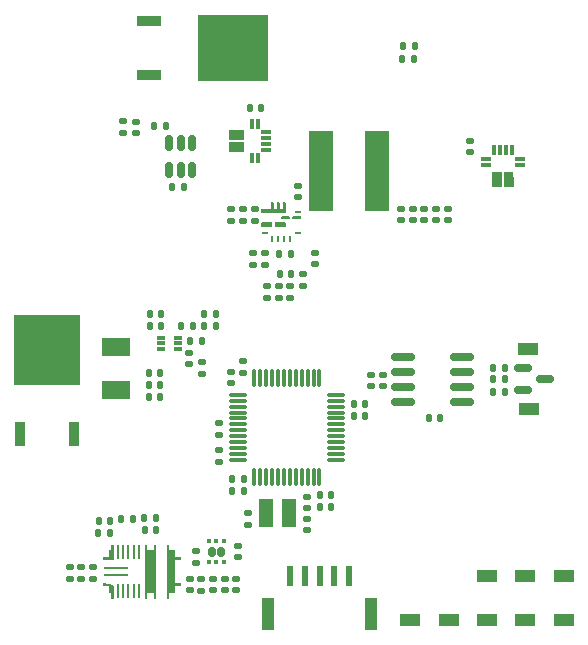
<source format=gbr>
%TF.GenerationSoftware,KiCad,Pcbnew,9.0.6*%
%TF.CreationDate,2026-02-27T09:42:09+00:00*%
%TF.ProjectId,Foinse,466f696e-7365-42e6-9b69-6361645f7063,rev?*%
%TF.SameCoordinates,Original*%
%TF.FileFunction,Paste,Top*%
%TF.FilePolarity,Positive*%
%FSLAX46Y46*%
G04 Gerber Fmt 4.6, Leading zero omitted, Abs format (unit mm)*
G04 Created by KiCad (PCBNEW 9.0.6) date 2026-02-27 09:42:09*
%MOMM*%
%LPD*%
G01*
G04 APERTURE LIST*
G04 Aperture macros list*
%AMRoundRect*
0 Rectangle with rounded corners*
0 $1 Rounding radius*
0 $2 $3 $4 $5 $6 $7 $8 $9 X,Y pos of 4 corners*
0 Add a 4 corners polygon primitive as box body*
4,1,4,$2,$3,$4,$5,$6,$7,$8,$9,$2,$3,0*
0 Add four circle primitives for the rounded corners*
1,1,$1+$1,$2,$3*
1,1,$1+$1,$4,$5*
1,1,$1+$1,$6,$7*
1,1,$1+$1,$8,$9*
0 Add four rect primitives between the rounded corners*
20,1,$1+$1,$2,$3,$4,$5,0*
20,1,$1+$1,$4,$5,$6,$7,0*
20,1,$1+$1,$6,$7,$8,$9,0*
20,1,$1+$1,$8,$9,$2,$3,0*%
G04 Aperture macros list end*
%ADD10C,0.000000*%
%ADD11R,1.800000X1.000000*%
%ADD12RoundRect,0.135000X0.135000X0.185000X-0.135000X0.185000X-0.135000X-0.185000X0.135000X-0.185000X0*%
%ADD13RoundRect,0.140000X0.140000X0.170000X-0.140000X0.170000X-0.140000X-0.170000X0.140000X-0.170000X0*%
%ADD14RoundRect,0.140000X0.170000X-0.140000X0.170000X0.140000X-0.170000X0.140000X-0.170000X-0.140000X0*%
%ADD15RoundRect,0.140000X-0.140000X-0.170000X0.140000X-0.170000X0.140000X0.170000X-0.140000X0.170000X0*%
%ADD16RoundRect,0.140000X-0.170000X0.140000X-0.170000X-0.140000X0.170000X-0.140000X0.170000X0.140000X0*%
%ADD17RoundRect,0.147500X0.172500X-0.147500X0.172500X0.147500X-0.172500X0.147500X-0.172500X-0.147500X0*%
%ADD18RoundRect,0.135000X0.185000X-0.135000X0.185000X0.135000X-0.185000X0.135000X-0.185000X-0.135000X0*%
%ADD19RoundRect,0.075000X0.075000X-0.662500X0.075000X0.662500X-0.075000X0.662500X-0.075000X-0.662500X0*%
%ADD20RoundRect,0.075000X0.662500X-0.075000X0.662500X0.075000X-0.662500X0.075000X-0.662500X-0.075000X0*%
%ADD21R,0.249999X0.599999*%
%ADD22R,0.599999X0.249999*%
%ADD23C,0.349905*%
%ADD24R,2.150000X6.900000*%
%ADD25R,0.600000X1.700000*%
%ADD26R,1.000000X2.700000*%
%ADD27R,0.889000X2.006600*%
%ADD28R,5.562600X6.045200*%
%ADD29R,0.838200X0.304800*%
%ADD30R,0.304800X0.838200*%
%ADD31RoundRect,0.135000X-0.135000X-0.185000X0.135000X-0.185000X0.135000X0.185000X-0.135000X0.185000X0*%
%ADD32R,1.295400X2.387600*%
%ADD33RoundRect,0.135000X-0.185000X0.135000X-0.185000X-0.135000X0.185000X-0.135000X0.185000X0.135000X0*%
%ADD34RoundRect,0.160000X-0.160000X0.245000X-0.160000X-0.245000X0.160000X-0.245000X0.160000X0.245000X0*%
%ADD35RoundRect,0.093750X-0.106250X0.093750X-0.106250X-0.093750X0.106250X-0.093750X0.106250X0.093750X0*%
%ADD36R,0.127000X0.127000*%
%ADD37R,0.203200X1.295400*%
%ADD38R,2.057400X0.254000*%
%ADD39RoundRect,0.150000X-0.825000X-0.150000X0.825000X-0.150000X0.825000X0.150000X-0.825000X0.150000X0*%
%ADD40RoundRect,0.150000X-0.150000X0.512500X-0.150000X-0.512500X0.150000X-0.512500X0.150000X0.512500X0*%
%ADD41R,2.400000X1.500000*%
%ADD42R,2.006600X0.889000*%
%ADD43R,6.045200X5.562600*%
%ADD44RoundRect,0.087500X-0.250000X-0.087500X0.250000X-0.087500X0.250000X0.087500X-0.250000X0.087500X0*%
%ADD45RoundRect,0.150000X-0.587500X-0.150000X0.587500X-0.150000X0.587500X0.150000X-0.587500X0.150000X0*%
G04 APERTURE END LIST*
D10*
%TO.C,U19*%
G36*
X148990000Y-74437615D02*
G01*
X148990000Y-74737614D01*
X148940000Y-74787614D01*
X148090000Y-74787614D01*
X148040000Y-74737614D01*
X148040000Y-74437615D01*
X148090000Y-74387615D01*
X148940000Y-74387615D01*
X148990000Y-74437615D01*
G37*
G36*
X150500000Y-73932615D02*
G01*
X150500000Y-74082614D01*
X150450000Y-74132614D01*
X149800001Y-74132614D01*
X149750001Y-74082614D01*
X149750001Y-73932615D01*
X149800001Y-73882615D01*
X150450000Y-73882615D01*
X150500000Y-73932615D01*
G37*
G36*
X150140000Y-74437615D02*
G01*
X150140000Y-74737614D01*
X150090001Y-74787614D01*
X149240000Y-74787614D01*
X149190000Y-74737614D01*
X149190000Y-74437615D01*
X149240000Y-74387615D01*
X150090001Y-74387615D01*
X150140000Y-74437615D01*
G37*
G36*
X151450000Y-73932615D02*
G01*
X151450000Y-74082614D01*
X151400000Y-74132614D01*
X150749999Y-74132614D01*
X150699999Y-74082614D01*
X150699999Y-73932615D01*
X150749999Y-73882615D01*
X151400000Y-73882615D01*
X151450000Y-73932615D01*
G37*
G36*
X149120000Y-72717616D02*
G01*
X149120000Y-73227615D01*
X149369999Y-73227615D01*
X149369999Y-72717616D01*
X149419999Y-72667616D01*
X149569999Y-72667616D01*
X149619999Y-72717616D01*
X149619999Y-73227615D01*
X149870001Y-73227615D01*
X149870001Y-72717616D01*
X149920001Y-72667616D01*
X150070001Y-72667616D01*
X150120001Y-72717616D01*
X150120001Y-73227615D01*
X150144999Y-73227615D01*
X150144999Y-73577614D01*
X150094999Y-73627614D01*
X148095001Y-73627614D01*
X148045001Y-73577614D01*
X148045001Y-73277615D01*
X148095001Y-73227615D01*
X148820001Y-73227615D01*
X148870000Y-73177615D01*
X148870000Y-72717616D01*
X148920000Y-72667616D01*
X149070000Y-72667616D01*
X149120000Y-72717616D01*
G37*
%TO.C,U6*%
G36*
X146617643Y-67402400D02*
G01*
X145347543Y-67402401D01*
X145347643Y-66589600D01*
X146617643Y-66589600D01*
X146617643Y-67402400D01*
G37*
G36*
X146617643Y-68402400D02*
G01*
X145347543Y-68402401D01*
X145347643Y-67589600D01*
X146617643Y-67589600D01*
X146617643Y-68402400D01*
G37*
%TO.C,U7*%
G36*
X168402402Y-71419100D02*
G01*
X167589601Y-71419000D01*
X167589601Y-70149000D01*
X168402401Y-70149000D01*
X168402402Y-71419100D01*
G37*
G36*
X169402402Y-71419100D02*
G01*
X168589601Y-71419000D01*
X168589601Y-70149000D01*
X169402401Y-70149000D01*
X169402402Y-71419100D01*
G37*
%TO.C,U2*%
G36*
X135551599Y-101674969D02*
G01*
X135551599Y-102970369D01*
X134700000Y-102974668D01*
X134700000Y-102720668D01*
X135208000Y-102720668D01*
X135200000Y-102174968D01*
X135350000Y-102174968D01*
X135350000Y-101674968D01*
X135551599Y-101674969D01*
G37*
G36*
X135274399Y-104974967D02*
G01*
X135551599Y-105224967D01*
X135551599Y-106270367D01*
X135348399Y-106270367D01*
X135348399Y-105770367D01*
X135200399Y-105770367D01*
X135208000Y-105224668D01*
X134700000Y-105224668D01*
X134700000Y-104970668D01*
X135274399Y-104974967D01*
G37*
G36*
X138401601Y-102174969D02*
G01*
X138948400Y-102174969D01*
X138948400Y-101674969D01*
X139151600Y-101674969D01*
X139151600Y-106270367D01*
X138948400Y-106270367D01*
X138948400Y-105770367D01*
X138401601Y-105770367D01*
X138401601Y-106270367D01*
X138198401Y-106270367D01*
X138198401Y-101674969D01*
X138401601Y-101674969D01*
X138401601Y-102174969D01*
G37*
G36*
X140251601Y-102174969D02*
G01*
X140791601Y-102174969D01*
X140792000Y-102720668D01*
X141300000Y-102720668D01*
X141300000Y-102974668D01*
X140792000Y-102974668D01*
X140792000Y-104970668D01*
X141300000Y-104970668D01*
X141300000Y-105224668D01*
X140792000Y-105224668D01*
X140791601Y-105770367D01*
X140251601Y-105770367D01*
X140251601Y-106270367D01*
X140048401Y-106270367D01*
X140048401Y-101674969D01*
X140251601Y-101674969D01*
X140251601Y-102174969D01*
G37*
%TD*%
D11*
%TO.C,F1*%
X173664981Y-104347426D03*
%TD*%
D12*
%TO.C,R2*%
X168676249Y-86731335D03*
X167656249Y-86731335D03*
%TD*%
D13*
%TO.C,C25*%
X141500000Y-71398317D03*
X140540000Y-71398317D03*
%TD*%
D14*
%TO.C,C13*%
X158329879Y-88245514D03*
X158329879Y-87285514D03*
%TD*%
D13*
%TO.C,C14*%
X163230000Y-91000000D03*
X162270000Y-91000000D03*
%TD*%
D11*
%TO.C,CAN-*%
X170716998Y-90191984D03*
%TD*%
D15*
%TO.C,C15*%
X167697499Y-87656489D03*
X168657499Y-87656489D03*
%TD*%
D16*
%TO.C,C9*%
X145492784Y-87023350D03*
X145492784Y-87983350D03*
%TD*%
D11*
%TO.C,F2*%
X170414981Y-104347426D03*
%TD*%
D17*
%TO.C,D12*%
X137440000Y-66840208D03*
X137440000Y-65870208D03*
%TD*%
D16*
%TO.C,C35*%
X144949906Y-104588064D03*
X144949906Y-105548064D03*
%TD*%
D18*
%TO.C,R50*%
X136380466Y-66864185D03*
X136380466Y-65844185D03*
%TD*%
D16*
%TO.C,C44*%
X161866643Y-73270000D03*
X161866643Y-74230000D03*
%TD*%
D18*
%TO.C,R56*%
X149524470Y-80765116D03*
X149524470Y-79745116D03*
%TD*%
D11*
%TO.C,S2*%
X170414981Y-108097426D03*
%TD*%
D16*
%TO.C,C37*%
X147500000Y-73285116D03*
X147500000Y-74245116D03*
%TD*%
D19*
%TO.C,U1*%
X147487122Y-95912500D03*
X147987122Y-95912500D03*
X148487122Y-95912500D03*
X148987122Y-95912500D03*
X149487122Y-95912500D03*
X149987122Y-95912500D03*
X150487122Y-95912500D03*
X150987122Y-95912500D03*
X151487122Y-95912500D03*
X151987122Y-95912500D03*
X152487122Y-95912500D03*
X152987122Y-95912500D03*
D20*
X154399622Y-94500000D03*
X154399622Y-94000000D03*
X154399622Y-93500000D03*
X154399622Y-93000000D03*
X154399622Y-92500000D03*
X154399622Y-92000000D03*
X154399622Y-91500000D03*
X154399622Y-91000000D03*
X154399622Y-90500000D03*
X154399622Y-90000000D03*
X154399622Y-89500000D03*
X154399622Y-89000000D03*
D19*
X152987122Y-87587500D03*
X152487122Y-87587500D03*
X151987122Y-87587500D03*
X151487122Y-87587500D03*
X150987122Y-87587500D03*
X150487122Y-87587500D03*
X149987122Y-87587500D03*
X149487122Y-87587500D03*
X148987122Y-87587500D03*
X148487122Y-87587500D03*
X147987122Y-87587500D03*
X147487122Y-87587500D03*
D20*
X146074622Y-89000000D03*
X146074622Y-89500000D03*
X146074622Y-90000000D03*
X146074622Y-90500000D03*
X146074622Y-91000000D03*
X146074622Y-91500000D03*
X146074622Y-92000000D03*
X146074622Y-92500000D03*
X146074622Y-93000000D03*
X146074622Y-93500000D03*
X146074622Y-94000000D03*
X146074622Y-94500000D03*
%TD*%
D11*
%TO.C,CAN+*%
X170679801Y-85152584D03*
%TD*%
D21*
%TO.C,U19*%
X148994999Y-75777615D03*
X149495000Y-75777615D03*
X149995000Y-75777615D03*
X150495001Y-75777615D03*
D22*
X151145000Y-75307616D03*
X151145000Y-73507614D03*
D23*
X148944999Y-73387617D03*
D22*
X148345000Y-75307616D03*
%TD*%
D24*
%TO.C,L1*%
X153150000Y-70015116D03*
X157900000Y-70015116D03*
%TD*%
D14*
%TO.C,C30*%
X131864015Y-104567241D03*
X131864015Y-103607241D03*
%TD*%
D16*
%TO.C,C48*%
X142997894Y-104605092D03*
X142997894Y-105565092D03*
%TD*%
D25*
%TO.C,J4*%
X150500000Y-104326904D03*
X151750000Y-104326904D03*
X153000000Y-104326904D03*
X154250000Y-104326904D03*
X155500000Y-104326904D03*
D26*
X148650000Y-107526904D03*
X157350000Y-107526904D03*
%TD*%
D14*
%TO.C,C29*%
X132834929Y-104563744D03*
X132834929Y-103603744D03*
%TD*%
%TO.C,C2*%
X144487122Y-94662500D03*
X144487122Y-93702500D03*
%TD*%
%TO.C,C40*%
X151135947Y-72237786D03*
X151135947Y-71277786D03*
%TD*%
D15*
%TO.C,C3*%
X155881426Y-90750000D03*
X156841426Y-90750000D03*
%TD*%
D16*
%TO.C,C28*%
X151947642Y-99520000D03*
X151947642Y-100480000D03*
%TD*%
D14*
%TO.C,C12*%
X157350630Y-88245724D03*
X157350630Y-87285724D03*
%TD*%
D18*
%TO.C,R5*%
X144487122Y-92422500D03*
X144487122Y-91402500D03*
%TD*%
D27*
%TO.C,Q2*%
X127622712Y-92327826D03*
D28*
X129907711Y-85177726D03*
D27*
X132192710Y-92327826D03*
%TD*%
D15*
%TO.C,C19*%
X138546798Y-89152694D03*
X139506798Y-89152694D03*
%TD*%
D11*
%TO.C,S1*%
X173664981Y-108097426D03*
%TD*%
D16*
%TO.C,C42*%
X159866643Y-73270000D03*
X159866643Y-74230000D03*
%TD*%
D29*
%TO.C,U6*%
X145766643Y-66749999D03*
X145766643Y-67250000D03*
X145766643Y-67750000D03*
X145766643Y-68250001D03*
D30*
X147266644Y-68950000D03*
X147766643Y-68950000D03*
D29*
X148466643Y-68250001D03*
X148466643Y-67750000D03*
X148466643Y-67250000D03*
X148466643Y-66749999D03*
D30*
X147766643Y-66050000D03*
X147266644Y-66050000D03*
%TD*%
D15*
%TO.C,C21*%
X138546798Y-88152694D03*
X139506798Y-88152694D03*
%TD*%
D12*
%TO.C,R10*%
X161045211Y-59500000D03*
X160025211Y-59500000D03*
%TD*%
D31*
%TO.C,R4*%
X136197370Y-99526904D03*
X137217370Y-99526904D03*
%TD*%
D32*
%TO.C,XTAL1*%
X148471589Y-99000000D03*
X150376589Y-99000000D03*
%TD*%
D11*
%TO.C,5VS*%
X167164981Y-104347426D03*
%TD*%
D13*
%TO.C,C1*%
X146560623Y-96152200D03*
X145600623Y-96152200D03*
%TD*%
%TO.C,C41*%
X150585260Y-78765117D03*
X149625260Y-78765117D03*
%TD*%
D15*
%TO.C,C20*%
X138545597Y-87148295D03*
X139505597Y-87148295D03*
%TD*%
D14*
%TO.C,C11*%
X133817083Y-104557256D03*
X133817083Y-103597256D03*
%TD*%
D15*
%TO.C,C4*%
X155881774Y-89739318D03*
X156841774Y-89739318D03*
%TD*%
D30*
%TO.C,U7*%
X167750000Y-71000000D03*
X168250001Y-71000000D03*
X168750001Y-71000000D03*
X169250002Y-71000000D03*
D29*
X169950001Y-69499999D03*
X169950001Y-69000000D03*
D30*
X169250002Y-68300000D03*
X168750001Y-68300000D03*
X168250001Y-68300000D03*
X167750000Y-68300000D03*
D29*
X167050001Y-69000000D03*
X167050001Y-69499999D03*
%TD*%
D16*
%TO.C,C46*%
X163866643Y-73270000D03*
X163866643Y-74230000D03*
%TD*%
D31*
%TO.C,R58*%
X149519688Y-77066016D03*
X150539688Y-77066016D03*
%TD*%
D16*
%TO.C,C47*%
X143974980Y-104592198D03*
X143974980Y-105552198D03*
%TD*%
D15*
%TO.C,C22*%
X143228247Y-82152964D03*
X144188247Y-82152964D03*
%TD*%
%TO.C,C6*%
X153026997Y-98493003D03*
X153986997Y-98493003D03*
%TD*%
D16*
%TO.C,C38*%
X145500000Y-73285116D03*
X145500000Y-74245116D03*
%TD*%
D31*
%TO.C,R8*%
X138144593Y-99400945D03*
X139164593Y-99400945D03*
%TD*%
D16*
%TO.C,C31*%
X142013702Y-104603149D03*
X142013702Y-105563149D03*
%TD*%
D33*
%TO.C,R51*%
X147390166Y-76987492D03*
X147390166Y-78007492D03*
%TD*%
D12*
%TO.C,Ra2*%
X144239927Y-83149409D03*
X143219927Y-83149409D03*
%TD*%
D13*
%TO.C,C26*%
X139980000Y-66250000D03*
X139020000Y-66250000D03*
%TD*%
D12*
%TO.C,R3*%
X143029415Y-84471553D03*
X142009415Y-84471553D03*
%TD*%
D18*
%TO.C,R7*%
X143030608Y-87219702D03*
X143030608Y-86199702D03*
%TD*%
D31*
%TO.C,Rb2*%
X141288313Y-83146072D03*
X142308313Y-83146072D03*
%TD*%
D11*
%TO.C,3V3*%
X163914981Y-108097426D03*
%TD*%
D16*
%TO.C,C45*%
X162866643Y-73265116D03*
X162866643Y-74225116D03*
%TD*%
D14*
%TO.C,C18*%
X141976754Y-86408014D03*
X141976754Y-85448014D03*
%TD*%
D16*
%TO.C,C36*%
X152640959Y-76966580D03*
X152640959Y-77926580D03*
%TD*%
%TO.C,C50*%
X142500000Y-102258948D03*
X142500000Y-103218948D03*
%TD*%
%TO.C,C34*%
X145925815Y-104589501D03*
X145925815Y-105549501D03*
%TD*%
D34*
%TO.C,U8*%
X144658015Y-102265079D03*
X143858015Y-102265079D03*
D35*
X144908015Y-101377579D03*
X144258015Y-101377579D03*
X143608015Y-101377579D03*
X143608015Y-103152579D03*
X144258015Y-103152579D03*
X144908015Y-103152579D03*
%TD*%
D13*
%TO.C,C10*%
X139151658Y-100418988D03*
X138191658Y-100418988D03*
%TD*%
D16*
%TO.C,C39*%
X146500000Y-73285116D03*
X146500000Y-74245116D03*
%TD*%
D33*
%TO.C,R6*%
X151616643Y-78740000D03*
X151616643Y-79760000D03*
%TD*%
%TO.C,R53*%
X148414636Y-76987072D03*
X148414636Y-78007072D03*
%TD*%
D15*
%TO.C,C7*%
X153020000Y-97500000D03*
X153980000Y-97500000D03*
%TD*%
D14*
%TO.C,C8*%
X146541093Y-87118359D03*
X146541093Y-86158359D03*
%TD*%
D36*
%TO.C,U2*%
X135449999Y-105622667D03*
D37*
X135900000Y-105622667D03*
X136349999Y-105622667D03*
X136800001Y-105622667D03*
X137250000Y-105622667D03*
X137699999Y-105622667D03*
D36*
X138300001Y-105622667D03*
X139050000Y-105622667D03*
X140150001Y-105622667D03*
X141046000Y-105097668D03*
X141046000Y-102847668D03*
X140150001Y-102322669D03*
X139050000Y-102322669D03*
X138300001Y-102322669D03*
D37*
X137699999Y-102322669D03*
X137250000Y-102322669D03*
X136800001Y-102322669D03*
X136349999Y-102322669D03*
X135900000Y-102322669D03*
D36*
X135449999Y-102322669D03*
X134954000Y-102847668D03*
D38*
X135729000Y-103697667D03*
X135729000Y-104247669D03*
D36*
X134954000Y-105097668D03*
%TD*%
D39*
%TO.C,U4*%
X160080097Y-85828527D03*
X160080097Y-87098527D03*
X160080097Y-88368527D03*
X160080097Y-89638527D03*
X165030097Y-89638527D03*
X165030097Y-88368527D03*
X165030097Y-87098527D03*
X165030097Y-85828527D03*
%TD*%
D11*
%TO.C,GND*%
X160664981Y-108097426D03*
%TD*%
D40*
%TO.C,U17*%
X142180069Y-67662500D03*
X141230069Y-67662500D03*
X140280069Y-67662500D03*
X140280069Y-69937500D03*
X141230069Y-69937500D03*
X142180069Y-69937500D03*
%TD*%
D16*
%TO.C,C43*%
X160866643Y-73270000D03*
X160866643Y-74230000D03*
%TD*%
D41*
%TO.C,SRP4020TA-4R7M1*%
X135776861Y-84923069D03*
X135776861Y-88623069D03*
%TD*%
D16*
%TO.C,C32*%
X151940504Y-97627464D03*
X151940504Y-98587464D03*
%TD*%
%TO.C,C51*%
X146076303Y-101770000D03*
X146076303Y-102730000D03*
%TD*%
D42*
%TO.C,Q1*%
X138535000Y-57340690D03*
D43*
X145685100Y-59625689D03*
D42*
X138535000Y-61910688D03*
%TD*%
D13*
%TO.C,C5*%
X146560623Y-97152200D03*
X145600623Y-97152200D03*
%TD*%
%TO.C,C33*%
X135239573Y-99683842D03*
X134279573Y-99683842D03*
%TD*%
D31*
%TO.C,R1*%
X167656249Y-88770419D03*
X168676249Y-88770419D03*
%TD*%
D16*
%TO.C,C24*%
X165750001Y-67520000D03*
X165750001Y-68480000D03*
%TD*%
D18*
%TO.C,R55*%
X150524470Y-80775116D03*
X150524470Y-79755116D03*
%TD*%
D11*
%TO.C,5VL*%
X167164981Y-108097426D03*
%TD*%
D12*
%TO.C,R12*%
X135274236Y-100729821D03*
X134254236Y-100729821D03*
%TD*%
D14*
%TO.C,C27*%
X146924089Y-99980000D03*
X146924089Y-99020000D03*
%TD*%
D13*
%TO.C,C23*%
X148076643Y-64750000D03*
X147116643Y-64750000D03*
%TD*%
D31*
%TO.C,R9*%
X160000000Y-60546023D03*
X161020000Y-60546023D03*
%TD*%
D15*
%TO.C,C16*%
X138624202Y-82136098D03*
X139584202Y-82136098D03*
%TD*%
D18*
%TO.C,R52*%
X148524470Y-80775116D03*
X148524470Y-79755116D03*
%TD*%
D44*
%TO.C,U5*%
X139601861Y-84148295D03*
X139601861Y-84648295D03*
X139601861Y-85148295D03*
X141026861Y-85148295D03*
X141026861Y-84648295D03*
X141026861Y-84148295D03*
%TD*%
D15*
%TO.C,C17*%
X138604202Y-83136098D03*
X139564202Y-83136098D03*
%TD*%
D45*
%TO.C,D9*%
X170199539Y-86699000D03*
X170199539Y-88599000D03*
X172074539Y-87649000D03*
%TD*%
M02*

</source>
